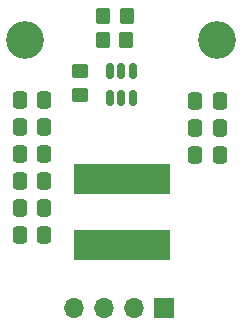
<source format=gbr>
%TF.GenerationSoftware,KiCad,Pcbnew,8.0.1-8.0.1-1~ubuntu22.04.1*%
%TF.CreationDate,2024-04-28T16:40:35+01:00*%
%TF.ProjectId,tps54202_inverting_breakout,74707335-3432-4303-925f-696e76657274,A*%
%TF.SameCoordinates,Original*%
%TF.FileFunction,Soldermask,Top*%
%TF.FilePolarity,Negative*%
%FSLAX46Y46*%
G04 Gerber Fmt 4.6, Leading zero omitted, Abs format (unit mm)*
G04 Created by KiCad (PCBNEW 8.0.1-8.0.1-1~ubuntu22.04.1) date 2024-04-28 16:40:35*
%MOMM*%
%LPD*%
G01*
G04 APERTURE LIST*
G04 Aperture macros list*
%AMRoundRect*
0 Rectangle with rounded corners*
0 $1 Rounding radius*
0 $2 $3 $4 $5 $6 $7 $8 $9 X,Y pos of 4 corners*
0 Add a 4 corners polygon primitive as box body*
4,1,4,$2,$3,$4,$5,$6,$7,$8,$9,$2,$3,0*
0 Add four circle primitives for the rounded corners*
1,1,$1+$1,$2,$3*
1,1,$1+$1,$4,$5*
1,1,$1+$1,$6,$7*
1,1,$1+$1,$8,$9*
0 Add four rect primitives between the rounded corners*
20,1,$1+$1,$2,$3,$4,$5,0*
20,1,$1+$1,$4,$5,$6,$7,0*
20,1,$1+$1,$6,$7,$8,$9,0*
20,1,$1+$1,$8,$9,$2,$3,0*%
G04 Aperture macros list end*
%ADD10C,3.200000*%
%ADD11RoundRect,0.250000X-0.337500X-0.475000X0.337500X-0.475000X0.337500X0.475000X-0.337500X0.475000X0*%
%ADD12R,1.700000X1.700000*%
%ADD13O,1.700000X1.700000*%
%ADD14RoundRect,0.150000X0.150000X-0.512500X0.150000X0.512500X-0.150000X0.512500X-0.150000X-0.512500X0*%
%ADD15RoundRect,0.250000X0.350000X0.450000X-0.350000X0.450000X-0.350000X-0.450000X0.350000X-0.450000X0*%
%ADD16RoundRect,0.250000X0.450000X-0.350000X0.450000X0.350000X-0.450000X0.350000X-0.450000X-0.350000X0*%
%ADD17R,8.200000X2.600000*%
%ADD18RoundRect,0.250000X-0.350000X-0.450000X0.350000X-0.450000X0.350000X0.450000X-0.350000X0.450000X0*%
G04 APERTURE END LIST*
D10*
%TO.C,H1*%
X188722000Y-83312000D03*
%TD*%
D11*
%TO.C,C6*%
X203178500Y-93091000D03*
X205253500Y-93091000D03*
%TD*%
%TO.C,C3*%
X188319500Y-92964000D03*
X190394500Y-92964000D03*
%TD*%
%TO.C,C10*%
X188319500Y-95250000D03*
X190394500Y-95250000D03*
%TD*%
%TO.C,C5*%
X203178500Y-90805000D03*
X205253500Y-90805000D03*
%TD*%
D12*
%TO.C,J1*%
X200523000Y-106045000D03*
D13*
X197983000Y-106045000D03*
X195443000Y-106045000D03*
X192903000Y-106045000D03*
%TD*%
D14*
%TO.C,U1*%
X195961000Y-88248000D03*
X196911000Y-88248000D03*
X197861000Y-88248000D03*
X197861000Y-85973000D03*
X196911000Y-85973000D03*
X195961000Y-85973000D03*
%TD*%
D15*
%TO.C,R2*%
X197342000Y-83304000D03*
X195342000Y-83304000D03*
%TD*%
D11*
%TO.C,C4*%
X203178500Y-88519000D03*
X205253500Y-88519000D03*
%TD*%
D16*
%TO.C,R3*%
X193421000Y-87995000D03*
X193421000Y-85995000D03*
%TD*%
D11*
%TO.C,C1*%
X188298000Y-88392000D03*
X190373000Y-88392000D03*
%TD*%
%TO.C,C12*%
X188319500Y-99822000D03*
X190394500Y-99822000D03*
%TD*%
D17*
%TO.C,L1*%
X196977000Y-95111000D03*
X196977000Y-100711000D03*
%TD*%
D11*
%TO.C,C11*%
X188319500Y-97536000D03*
X190394500Y-97536000D03*
%TD*%
D18*
%TO.C,R1*%
X197358000Y-81272000D03*
X195358000Y-81272000D03*
%TD*%
D11*
%TO.C,C2*%
X188298000Y-90678000D03*
X190373000Y-90678000D03*
%TD*%
D10*
%TO.C,H2*%
X204978000Y-83312000D03*
%TD*%
M02*

</source>
